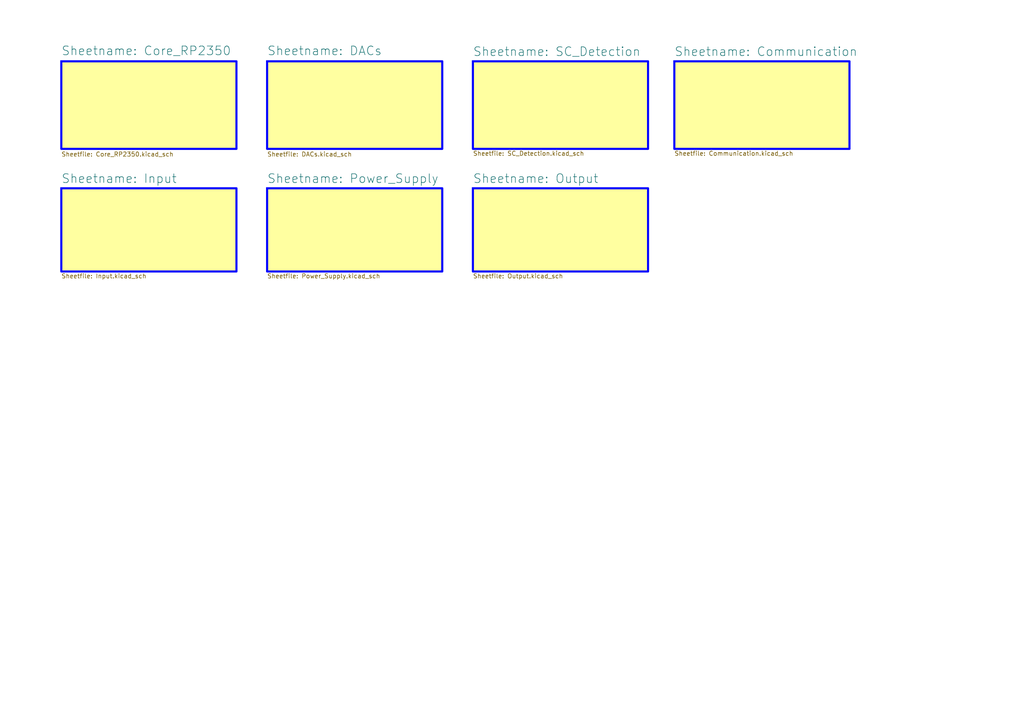
<source format=kicad_sch>
(kicad_sch
	(version 20250114)
	(generator "eeschema")
	(generator_version "9.0")
	(uuid "bcebacf6-3a3d-4b86-825a-a573788c489f")
	(paper "A4")
	(title_block
		(title "Multi Channel HARP DAC")
		(date "2025-07-15")
		(rev "1.1")
		(company "The Allen Institute")
		(comment 1 "Hexabitz")
	)
	(lib_symbols)
	(sheet
		(at 17.78 54.61)
		(size 50.8 24.13)
		(exclude_from_sim no)
		(in_bom yes)
		(on_board yes)
		(dnp no)
		(fields_autoplaced yes)
		(stroke
			(width 0.6096)
			(type solid)
			(color 0 0 255 1)
		)
		(fill
			(color 255 255 160 1.0000)
		)
		(uuid "3d5c816b-acda-40a0-af6b-bbc77a846000")
		(property "Sheetname" "Input"
			(at 17.78 53.2634 0)
			(show_name yes)
			(effects
				(font
					(size 2.54 2.54)
				)
				(justify left bottom)
			)
		)
		(property "Sheetfile" "Input.kicad_sch"
			(at 17.78 79.3246 0)
			(show_name yes)
			(effects
				(font
					(size 1.27 1.27)
				)
				(justify left top)
			)
		)
		(instances
			(project "multi_ch_harp_dac"
				(path "/bcebacf6-3a3d-4b86-825a-a573788c489f"
					(page "3")
				)
			)
		)
	)
	(sheet
		(at 77.47 17.78)
		(size 50.8 25.4)
		(exclude_from_sim no)
		(in_bom yes)
		(on_board yes)
		(dnp no)
		(fields_autoplaced yes)
		(stroke
			(width 0.6096)
			(type solid)
			(color 0 0 255 1)
		)
		(fill
			(color 255 255 160 1.0000)
		)
		(uuid "5977558f-8422-48fd-a5d8-f6ede9b51b88")
		(property "Sheetname" "DACs"
			(at 77.47 16.2048 0)
			(show_name yes)
			(effects
				(font
					(size 2.54 2.54)
				)
				(justify left bottom)
			)
		)
		(property "Sheetfile" "DACs.kicad_sch"
			(at 77.47 43.9932 0)
			(show_name yes)
			(effects
				(font
					(size 1.27 1.27)
				)
				(justify left top)
			)
		)
		(instances
			(project "multi_ch_harp_dac"
				(path "/bcebacf6-3a3d-4b86-825a-a573788c489f"
					(page "4")
				)
			)
		)
	)
	(sheet
		(at 137.16 17.78)
		(size 50.8 25.4)
		(exclude_from_sim no)
		(in_bom yes)
		(on_board yes)
		(dnp no)
		(fields_autoplaced yes)
		(stroke
			(width 0.6096)
			(type solid)
			(color 0 0 255 1)
		)
		(fill
			(color 255 255 160 1.0000)
		)
		(uuid "6653b3c8-ef60-4dc9-a69a-734c2ef8c15b")
		(property "Sheetname" "SC_Detection"
			(at 137.16 16.4334 0)
			(show_name yes)
			(effects
				(font
					(size 2.54 2.54)
				)
				(justify left bottom)
			)
		)
		(property "Sheetfile" "SC_Detection.kicad_sch"
			(at 137.16 43.7646 0)
			(show_name yes)
			(effects
				(font
					(size 1.27 1.27)
				)
				(justify left top)
			)
		)
		(instances
			(project "multi_ch_harp_dac"
				(path "/bcebacf6-3a3d-4b86-825a-a573788c489f"
					(page "6")
				)
			)
		)
	)
	(sheet
		(at 77.47 54.61)
		(size 50.8 24.13)
		(exclude_from_sim no)
		(in_bom yes)
		(on_board yes)
		(dnp no)
		(fields_autoplaced yes)
		(stroke
			(width 0.6096)
			(type solid)
			(color 0 0 255 1)
		)
		(fill
			(color 255 255 160 1.0000)
		)
		(uuid "adb478b6-3e26-4690-99b3-d05998c9cb12")
		(property "Sheetname" "Power_Supply"
			(at 77.47 53.2634 0)
			(show_name yes)
			(effects
				(font
					(size 2.54 2.54)
				)
				(justify left bottom)
			)
		)
		(property "Sheetfile" "Power_Supply.kicad_sch"
			(at 77.47 79.3246 0)
			(show_name yes)
			(effects
				(font
					(size 1.27 1.27)
				)
				(justify left top)
			)
		)
		(instances
			(project "multi_ch_harp_dac"
				(path "/bcebacf6-3a3d-4b86-825a-a573788c489f"
					(page "5")
				)
			)
		)
	)
	(sheet
		(at 17.78 17.78)
		(size 50.8 25.4)
		(exclude_from_sim no)
		(in_bom yes)
		(on_board yes)
		(dnp no)
		(fields_autoplaced yes)
		(stroke
			(width 0.6096)
			(type solid)
			(color 0 0 255 1)
		)
		(fill
			(color 255 255 160 1.0000)
		)
		(uuid "cdcf055f-9bf3-404c-8523-cd00817ffdb6")
		(property "Sheetname" "Core_RP2350"
			(at 17.78 16.2048 0)
			(show_name yes)
			(effects
				(font
					(size 2.54 2.54)
				)
				(justify left bottom)
			)
		)
		(property "Sheetfile" "Core_RP2350.kicad_sch"
			(at 17.78 43.9932 0)
			(show_name yes)
			(effects
				(font
					(size 1.27 1.27)
				)
				(justify left top)
			)
		)
		(instances
			(project "multi_ch_harp_dac"
				(path "/bcebacf6-3a3d-4b86-825a-a573788c489f"
					(page "2")
				)
			)
		)
	)
	(sheet
		(at 137.16 54.61)
		(size 50.8 24.13)
		(exclude_from_sim no)
		(in_bom yes)
		(on_board yes)
		(dnp no)
		(fields_autoplaced yes)
		(stroke
			(width 0.6096)
			(type solid)
			(color 0 0 255 1)
		)
		(fill
			(color 255 255 160 1.0000)
		)
		(uuid "d4d9c700-4ed9-4ec5-9edd-cee713f405f5")
		(property "Sheetname" "Output"
			(at 137.16 53.2634 0)
			(show_name yes)
			(effects
				(font
					(size 2.54 2.54)
				)
				(justify left bottom)
			)
		)
		(property "Sheetfile" "Output.kicad_sch"
			(at 137.16 79.3246 0)
			(show_name yes)
			(effects
				(font
					(size 1.27 1.27)
				)
				(justify left top)
			)
		)
		(instances
			(project "multi_ch_harp_dac"
				(path "/bcebacf6-3a3d-4b86-825a-a573788c489f"
					(page "7")
				)
			)
		)
	)
	(sheet
		(at 195.58 17.78)
		(size 50.8 25.4)
		(exclude_from_sim no)
		(in_bom yes)
		(on_board yes)
		(dnp no)
		(fields_autoplaced yes)
		(stroke
			(width 0.6096)
			(type solid)
			(color 0 0 255 1)
		)
		(fill
			(color 255 255 160 1.0000)
		)
		(uuid "e39fc2ef-50b8-4bcb-bb27-38e85fa8106c")
		(property "Sheetname" "Communication"
			(at 195.58 16.4334 0)
			(show_name yes)
			(effects
				(font
					(size 2.54 2.54)
				)
				(justify left bottom)
			)
		)
		(property "Sheetfile" "Communication.kicad_sch"
			(at 195.58 43.7646 0)
			(show_name yes)
			(effects
				(font
					(size 1.27 1.27)
				)
				(justify left top)
			)
		)
		(instances
			(project "multi_ch_harp_dac"
				(path "/bcebacf6-3a3d-4b86-825a-a573788c489f"
					(page "8")
				)
			)
		)
	)
	(sheet_instances
		(path "/"
			(page "1")
		)
	)
	(embedded_fonts no)
)

</source>
